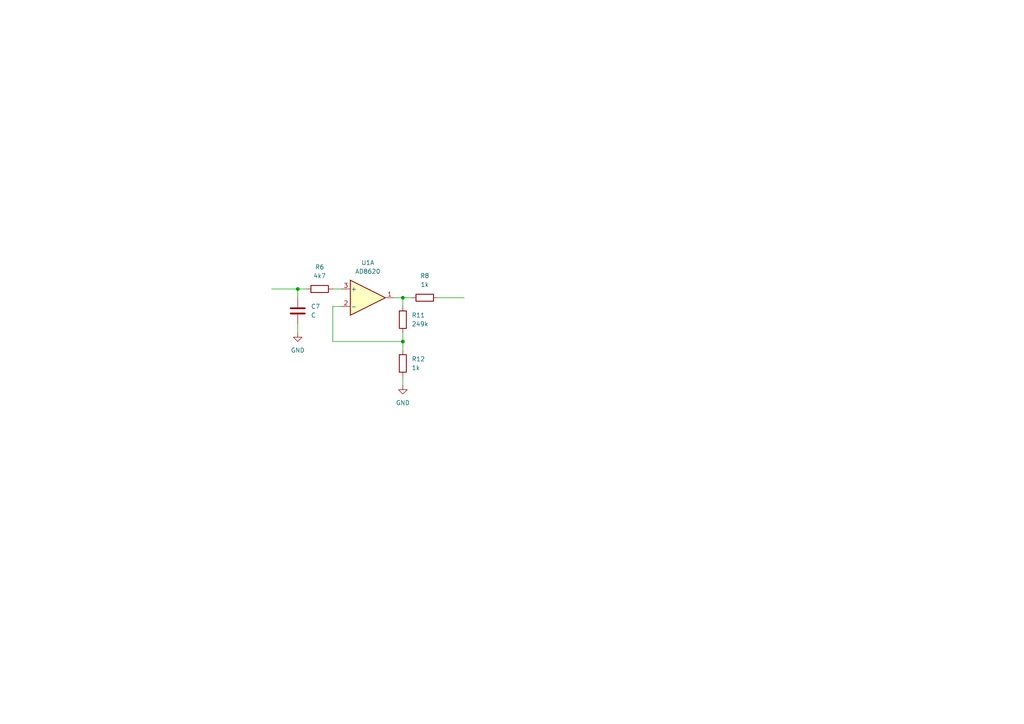
<source format=kicad_sch>
(kicad_sch (version 20231120) (generator "eeschema") (generator_version "8.0")
  (paper "A4")
  (lib_symbols
    (symbol "Amplifier_Operational:AD8620" (pin_names (offset 0.127))
      (property "Reference" "U" (at 0 5.08 0))
      (property "Value" "AD8620" (at 0 -5.08 0))
      (symbol "AD8620_1_1"
        (polyline (pts (xy -5.08 5.08) (xy 5.08 0) (xy -5.08 -5.08) (xy -5.08 5.08)) (stroke (width 0.254)) (fill (type background)))
        (pin output line (at 7.62 0 180) (length 2.54) (name "~") (number "1"))
        (pin input line (at -7.62 -2.54 0) (length 2.54) (name "-") (number "2"))
        (pin input line (at -7.62 2.54 0) (length 2.54) (name "+") (number "3"))
      )
      (symbol "AD8620_2_1"
        (polyline (pts (xy -5.08 5.08) (xy 5.08 0) (xy -5.08 -5.08) (xy -5.08 5.08)) (stroke (width 0.254)) (fill (type background)))
        (pin input line (at -7.62 2.54 0) (length 2.54) (name "+") (number "5"))
        (pin input line (at -7.62 -2.54 0) (length 2.54) (name "-") (number "6"))
        (pin output line (at 7.62 0 180) (length 2.54) (name "~") (number "7"))
      )
      (symbol "AD8620_3_1"
        (pin power_in line (at -2.54 -7.62 90) (length 3.81) (name "V-") (number "4"))
        (pin power_in line (at -2.54 7.62 270) (length 3.81) (name "V+") (number "8"))
      )
    )
    (symbol "Device:C" (pin_numbers hide) (pin_names (offset 0.254))
      (property "Reference" "C" (at 0.635 2.54 0))
      (property "Value" "C" (at 0.635 -2.54 0))
      (symbol "C_0_1"
        (polyline (pts (xy -2.032 -0.762) (xy 2.032 -0.762)) (stroke (width 0.508)))
        (polyline (pts (xy -2.032 0.762) (xy 2.032 0.762)) (stroke (width 0.508)))
      )
      (symbol "C_1_1"
        (pin passive line (at 0 3.81 270) (length 2.794) (name "~") (number "1"))
        (pin passive line (at 0 -3.81 90) (length 2.794) (name "~") (number "2"))
      )
    )
    (symbol "Device:R" (pin_numbers hide) (pin_names (offset 0))
      (property "Reference" "R" (at 2.032 0 90))
      (property "Value" "R" (at 0 0 90))
      (symbol "R_0_1"
        (rectangle (start -1.016 -2.54) (end 1.016 2.54) (stroke (width 0.254)))
      )
      (symbol "R_1_1"
        (pin passive line (at 0 3.81 270) (length 1.27) (name "~") (number "1"))
        (pin passive line (at 0 -3.81 90) (length 1.27) (name "~") (number "2"))
      )
    )
    (symbol "power:GND" (power) (pin_numbers hide) (pin_names (offset 0) hide)
      (property "Value" "GND" (at 0 -3.81 0))
      (symbol "GND_0_1"
        (polyline (pts (xy 0 0) (xy 0 -1.27) (xy 1.27 -1.27) (xy 0 -2.54) (xy -1.27 -1.27) (xy 0 -1.27)))
      )
      (symbol "GND_1_1"
        (pin power_in line (at 0 0 270) (length 0) (name "~") (number "1"))
      )
    )
  )
  (junction (at 116.84 86.36))
  (junction (at 116.84 99.06))
  (junction (at 86.36 83.82))
  (wire (pts (xy 86.36 86.36) (xy 86.36 83.82)))
  (wire (pts (xy 96.52 99.06) (xy 96.52 88.9)))
  (wire (pts (xy 116.84 99.06) (xy 116.84 101.6)))
  (wire (pts (xy 96.52 83.82) (xy 99.06 83.82)))
  (wire (pts (xy 86.36 93.98) (xy 86.36 96.52)))
  (wire (pts (xy 116.84 99.06) (xy 96.52 99.06)))
  (wire (pts (xy 116.84 86.36) (xy 116.84 88.9)))
  (wire (pts (xy 86.36 83.82) (xy 88.9 83.82)))
  (wire (pts (xy 116.84 109.22) (xy 116.84 111.76)))
  (wire (pts (xy 114.3 86.36) (xy 116.84 86.36)))
  (wire (pts (xy 96.52 88.9) (xy 99.06 88.9)))
  (wire (pts (xy 116.84 96.52) (xy 116.84 99.06)))
  (wire (pts (xy 127 86.36) (xy 134.62 86.36)))
  (wire (pts (xy 116.84 86.36) (xy 119.38 86.36)))
  (wire (pts (xy 78.74 83.82) (xy 86.36 83.82)))
  (symbol (lib_id "power:GND") (at 116.84 111.76 0) (unit 1)
    (property "Reference" "#PWR01" (effects (hide yes)))
    (property "Value" "GND" (at 116.84 116.84 0))
    (property "Description" "Power symbol creates a global label with name \"GND\" , ground" (effects (hide yes)))
  )
  (symbol (lib_id "Device:C") (at 86.36 90.17 180) (unit 1)
    (property "Reference" "C7" (at 90.17 88.8999 0) (effects (justify right)))
    (property "Value" "C" (at 90.17 91.4399 0) (effects (justify right)))
    (property "Description" "Unpolarized capacitor" (effects (hide yes)))
  )
  (symbol (lib_id "Amplifier_Operational:AD8620") (at 106.68 86.36 0) (unit 1)
    (property "Reference" "U1" (at 106.68 76.2 0))
    (property "Value" "AD8620" (at 106.68 78.74 0))
    (property "Footprint" "Package_SO:SOIC-8_3.9x4.9mm_P1.27mm" (effects (hide yes)))
    (property "Datasheet" "https://www.analog.com/media/en/technical-documentation/data-sheets/AD8610_8620.pdf" (effects (hide yes)))
    (property "Description" "Dual Precision, Very Low Noise, Low Input Bias Current, Wide Bandwidth JFET Operational Amplifiers, SOIC-8" (effects (hide yes)))
  )
  (symbol (lib_id "Device:R") (at 116.84 92.71 0) (unit 1)
    (property "Reference" "R11" (at 119.38 91.4399 0) (effects (justify left)))
    (property "Value" "249k" (at 119.38 93.9799 0) (effects (justify left)))
    (property "Description" "Resistor" (effects (hide yes)))
  )
  (symbol (lib_id "power:GND") (at 86.36 96.52 0) (unit 1)
    (property "Reference" "#PWR02" (effects (hide yes)))
    (property "Value" "GND" (at 86.36 101.6 0))
    (property "Description" "Power symbol creates a global label with name \"GND\" , ground" (effects (hide yes)))
  )
  (symbol (lib_id "Device:R") (at 123.19 86.36 90) (unit 1)
    (property "Reference" "R8" (at 123.19 80.01 90))
    (property "Value" "1k" (at 123.19 82.55 90))
    (property "Description" "Resistor" (effects (hide yes)))
  )
  (symbol (lib_id "Device:R") (at 116.84 105.41 0) (unit 1)
    (property "Reference" "R12" (at 119.38 104.1399 0) (effects (justify left)))
    (property "Value" "1k" (at 119.38 106.6799 0) (effects (justify left)))
    (property "Description" "Resistor" (effects (hide yes)))
  )
  (symbol (lib_id "Device:R") (at 92.71 83.82 90) (unit 1)
    (property "Reference" "R6" (at 92.71 77.47 90))
    (property "Value" "4k7" (at 92.71 80.01 90))
    (property "Description" "Resistor" (effects (hide yes)))
  )
)
</source>
